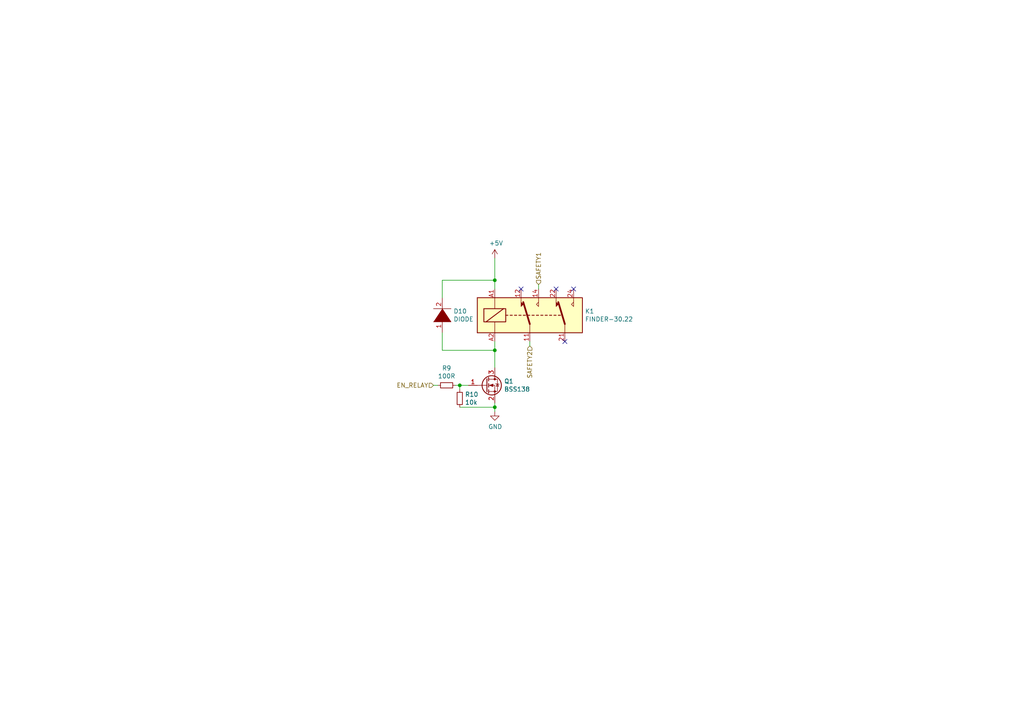
<source format=kicad_sch>
(kicad_sch (version 20230121) (generator eeschema)
  (paper "A4")
  (lib_symbols
    (symbol "Device:R_Small" (pin_numbers hide) (pin_names (offset 0.254) hide)
      (property "Reference" "R" (at 0.762 0.508 0))
      (property "Value" "R_Small" (at 0.762 -1.016 0))
      (symbol "R_Small_0_1"
        (rectangle (start -0.762 1.778) (end 0.762 -1.778) (stroke (width 0.2032)))
      )
      (symbol "R_Small_1_1"
        (pin passive line (at 0 2.54 270) (length 0.762) (name "~") (number "1"))
        (pin passive line (at 0 -2.54 90) (length 0.762) (name "~") (number "2"))
      )
    )
    (symbol "Relay:FINDER-30.22"
      (property "Reference" "K" (at 16.51 3.81 0))
      (property "Value" "FINDER-30.22" (at 16.51 1.27 0))
      (symbol "FINDER-30.22_0_0"
        (polyline (pts (xy -2.54 5.08) (xy -2.54 2.54) (xy -1.905 3.175) (xy -2.54 3.81)) (fill (type outline)))
        (polyline (pts (xy 2.54 5.08) (xy 2.54 2.54) (xy 1.905 3.175) (xy 2.54 3.81)))
        (polyline (pts (xy 7.62 5.08) (xy 7.62 2.54) (xy 8.255 3.175) (xy 7.62 3.81)) (fill (type outline)))
        (polyline (pts (xy 12.7 5.08) (xy 12.7 2.54) (xy 12.065 3.175) (xy 12.7 3.81)))
      )
      (symbol "FINDER-30.22_0_1"
        (rectangle (start -15.24 5.08) (end 15.24 -5.08) (stroke (width 0.254)) (fill (type background)))
        (rectangle (start -13.335 1.905) (end -6.985 -1.905) (stroke (width 0.254)))
        (polyline (pts (xy -12.7 -1.905) (xy -7.62 1.905)) (stroke (width 0.254)))
        (polyline (pts (xy -10.16 -5.08) (xy -10.16 -1.905)))
        (polyline (pts (xy -10.16 5.08) (xy -10.16 1.905)))
        (polyline (pts (xy -6.985 0) (xy -6.35 0)) (stroke (width 0.254)))
        (polyline (pts (xy -5.715 0) (xy -5.08 0)) (stroke (width 0.254)))
        (polyline (pts (xy -4.445 0) (xy -3.81 0)) (stroke (width 0.254)))
        (polyline (pts (xy -3.175 0) (xy -2.54 0)) (stroke (width 0.254)))
        (polyline (pts (xy -1.905 0) (xy -1.27 0)) (stroke (width 0.254)))
        (polyline (pts (xy -0.635 0) (xy 0 0)) (stroke (width 0.254)))
        (polyline (pts (xy 0 -2.54) (xy -1.905 3.81)) (stroke (width 0.508)))
        (polyline (pts (xy 0 -2.54) (xy 0 -5.08)))
        (polyline (pts (xy 0.635 0) (xy 1.27 0)) (stroke (width 0.254)))
        (polyline (pts (xy 1.905 0) (xy 2.54 0)) (stroke (width 0.254)))
        (polyline (pts (xy 3.175 0) (xy 3.81 0)) (stroke (width 0.254)))
        (polyline (pts (xy 4.445 0) (xy 5.08 0)) (stroke (width 0.254)))
        (polyline (pts (xy 5.715 0) (xy 6.35 0)) (stroke (width 0.254)))
        (polyline (pts (xy 6.985 0) (xy 7.62 0)) (stroke (width 0.254)))
        (polyline (pts (xy 8.255 0) (xy 8.89 0)) (stroke (width 0.254)))
        (polyline (pts (xy 10.16 -2.54) (xy 8.255 3.81)) (stroke (width 0.508)))
        (polyline (pts (xy 10.16 -2.54) (xy 10.16 -5.08)))
      )
      (symbol "FINDER-30.22_1_1"
        (pin passive line (at 0 -7.62 90) (length 2.54) (name "~") (number "11"))
        (pin passive line (at -2.54 7.62 270) (length 2.54) (name "~") (number "12"))
        (pin passive line (at 2.54 7.62 270) (length 2.54) (name "~") (number "14"))
        (pin passive line (at 10.16 -7.62 90) (length 2.54) (name "~") (number "21"))
        (pin passive line (at 7.62 7.62 270) (length 2.54) (name "~") (number "22"))
        (pin passive line (at 12.7 7.62 270) (length 2.54) (name "~") (number "24"))
        (pin passive line (at -10.16 7.62 270) (length 2.54) (name "~") (number "A1"))
        (pin passive line (at -10.16 -7.62 90) (length 2.54) (name "~") (number "A2"))
      )
    )
    (symbol "Transistor_FET:BSS138" (pin_names hide)
      (property "Reference" "Q" (at 5.08 1.905 0))
      (property "Value" "BSS138" (at 5.08 0 0))
      (symbol "BSS138_0_1"
        (polyline (pts (xy 0.254 0) (xy -2.54 0)))
        (polyline (pts (xy 0.254 1.905) (xy 0.254 -1.905)) (stroke (width 0.254)))
        (polyline (pts (xy 0.762 -1.27) (xy 0.762 -2.286)) (stroke (width 0.254)))
        (polyline (pts (xy 0.762 0.508) (xy 0.762 -0.508)) (stroke (width 0.254)))
        (polyline (pts (xy 0.762 2.286) (xy 0.762 1.27)) (stroke (width 0.254)))
        (polyline (pts (xy 2.54 2.54) (xy 2.54 1.778)))
        (polyline (pts (xy 2.54 -2.54) (xy 2.54 0) (xy 0.762 0)))
        (polyline (pts (xy 0.762 -1.778) (xy 3.302 -1.778) (xy 3.302 1.778) (xy 0.762 1.778)))
        (polyline (pts (xy 1.016 0) (xy 2.032 0.381) (xy 2.032 -0.381) (xy 1.016 0)) (fill (type outline)))
        (polyline (pts (xy 2.794 0.508) (xy 2.921 0.381) (xy 3.683 0.381) (xy 3.81 0.254)))
        (polyline (pts (xy 3.302 0.381) (xy 2.921 -0.254) (xy 3.683 -0.254) (xy 3.302 0.381)))
        (circle (center 1.651 0) (radius 2.794) (stroke (width 0.254)))
        (circle (center 2.54 -1.778) (radius 0.254) (fill (type outline)))
        (circle (center 2.54 1.778) (radius 0.254) (fill (type outline)))
      )
      (symbol "BSS138_1_1"
        (pin input line (at -5.08 0 0) (length 2.54) (name "G") (number "1"))
        (pin passive line (at 2.54 -5.08 90) (length 2.54) (name "S") (number "2"))
        (pin passive line (at 2.54 5.08 270) (length 2.54) (name "D") (number "3"))
      )
    )
    (symbol "power:+5V" (power) (pin_names (offset 0))
      (property "Value" "+5V" (at 0 3.556 0))
      (symbol "+5V_0_1"
        (polyline (pts (xy -0.762 1.27) (xy 0 2.54)))
        (polyline (pts (xy 0 0) (xy 0 2.54)))
        (polyline (pts (xy 0 2.54) (xy 0.762 1.27)))
      )
      (symbol "+5V_1_1"
        (pin power_in line (at 0 0 90) (length 0) hide (name "+5V") (number "1"))
      )
    )
    (symbol "power:GND" (power) (pin_names (offset 0))
      (property "Value" "GND" (at 0 -3.81 0))
      (symbol "GND_0_1"
        (polyline (pts (xy 0 0) (xy 0 -1.27) (xy 1.27 -1.27) (xy 0 -2.54) (xy -1.27 -1.27) (xy 0 -1.27)))
      )
      (symbol "GND_1_1"
        (pin power_in line (at 0 0 270) (length 0) hide (name "GND") (number "1"))
      )
    )
    (symbol "pspice:DIODE" (pin_names (offset 1.016) hide)
      (property "Reference" "D" (at 0 3.81 0))
      (property "Value" "DIODE" (at 0 -4.445 0))
      (symbol "DIODE_0_1"
        (polyline (pts (xy 1.905 2.54) (xy 1.905 -2.54)))
        (polyline (pts (xy -1.905 2.54) (xy -1.905 -2.54) (xy 1.905 0)) (fill (type outline)))
      )
      (symbol "DIODE_1_1"
        (pin input line (at -5.08 0 0) (length 3.81) (name "K") (number "1"))
        (pin input line (at 5.08 0 180) (length 3.81) (name "A") (number "2"))
      )
    )
  )
  (junction (at 143.51 118.11))
  (junction (at 143.51 101.6))
  (junction (at 133.35 111.76))
  (junction (at 143.51 81.28))
  (no_connect (at 163.83 99.06))
  (no_connect (at 151.13 83.82))
  (no_connect (at 161.29 83.82))
  (no_connect (at 166.37 83.82))
  (wire (pts (xy 143.51 101.6) (xy 143.51 99.06)))
  (wire (pts (xy 128.27 101.6) (xy 143.51 101.6)))
  (wire (pts (xy 133.35 111.76) (xy 133.35 113.03)))
  (wire (pts (xy 153.67 99.06) (xy 153.67 100.33)))
  (wire (pts (xy 128.27 86.36) (xy 128.27 81.28)))
  (wire (pts (xy 156.21 83.82) (xy 156.21 82.55)))
  (wire (pts (xy 143.51 118.11) (xy 143.51 116.84)))
  (wire (pts (xy 133.35 118.11) (xy 143.51 118.11)))
  (wire (pts (xy 135.89 111.76) (xy 133.35 111.76)))
  (wire (pts (xy 128.27 81.28) (xy 143.51 81.28)))
  (wire (pts (xy 143.51 81.28) (xy 143.51 74.93)))
  (wire (pts (xy 143.51 118.11) (xy 143.51 119.38)))
  (wire (pts (xy 143.51 81.28) (xy 143.51 83.82)))
  (wire (pts (xy 143.51 101.6) (xy 143.51 106.68)))
  (wire (pts (xy 127 111.76) (xy 125.73 111.76)))
  (wire (pts (xy 133.35 111.76) (xy 132.08 111.76)))
  (wire (pts (xy 128.27 96.52) (xy 128.27 101.6)))
  (hierarchical_label "EN_RELAY" (shape input) (at 125.73 111.76 180))
  (hierarchical_label "SAFETY2" (shape input) (at 153.67 100.33 270))
  (hierarchical_label "SAFETY1" (shape input) (at 156.21 82.55 90))
  (symbol (lib_id "Relay:FINDER-30.22") (at 153.67 91.44 0) (unit 1)
    (property "Reference" "K1" (at 169.672 90.2716 0) (effects (justify left)))
    (property "Value" "FINDER-30.22" (at 169.672 92.583 0) (effects (justify left)))
    (property "Footprint" "Relay_THT:Relay_DPDT_Finder_30.22" (effects hide))
    (property "Datasheet" "http://gfinder.findernet.com/assets/Series/354/S30EN.pdf" (effects hide))
  )
  (symbol (lib_id "pspice:DIODE") (at 128.27 91.44 90) (unit 1)
    (property "Reference" "D10" (at 131.5212 90.2716 90) (effects (justify right)))
    (property "Value" "DIODE" (at 131.5212 92.583 90) (effects (justify right)))
    (property "Footprint" "Diode_SMD:D_SMB" (effects hide))
  )
  (symbol (lib_id "Transistor_FET:BSS138") (at 140.97 111.76 0) (unit 1)
    (property "Reference" "Q1" (at 146.2024 110.5916 0) (effects (justify left)))
    (property "Value" "BSS138" (at 146.2024 112.903 0) (effects (justify left)))
    (property "Footprint" "Package_TO_SOT_SMD:SOT-23" (effects hide))
    (property "Datasheet" "https://www.fairchildsemi.com/datasheets/BS/BSS138.pdf" (effects hide))
  )
  (symbol (lib_id "Device:R_Small") (at 129.54 111.76 270) (unit 1)
    (property "Reference" "R9" (at 129.54 106.7816 90))
    (property "Value" "100R" (at 129.54 109.093 90))
    (property "Footprint" "Resistor_SMD:R_0603_1608Metric_Pad0.98x0.95mm_HandSolder" (effects hide))
  )
  (symbol (lib_id "Device:R_Small") (at 133.35 115.57 0) (unit 1)
    (property "Reference" "R10" (at 134.8486 114.4016 0) (effects (justify left)))
    (property "Value" "10k" (at 134.8486 116.713 0) (effects (justify left)))
    (property "Footprint" "Resistor_SMD:R_0603_1608Metric_Pad0.98x0.95mm_HandSolder" (effects hide))
  )
  (symbol (lib_id "power:+5V") (at 143.51 74.93 0) (unit 1)
    (property "Reference" "#PWR023" (effects hide))
    (property "Value" "+5V" (at 143.891 70.5358 0))
  )
  (symbol (lib_id "power:GND") (at 143.51 119.38 0) (unit 1)
    (property "Reference" "#PWR024" (effects hide))
    (property "Value" "GND" (at 143.637 123.7742 0))
  )
)
</source>
